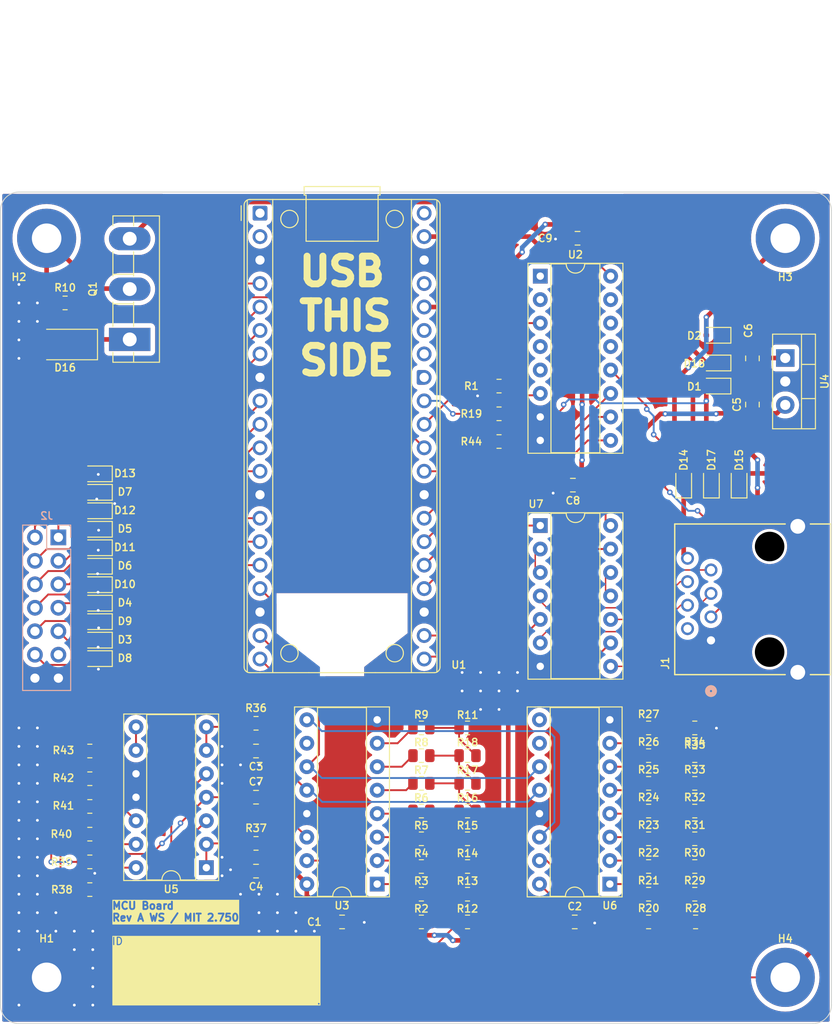
<source format=kicad_pcb>
(kicad_pcb (version 20240108) (generator "pcbnew") (generator_version "8.0")
  (title_block (company "Open Surgical Light Project - MIT Medical Device Design Spring 2024") (comment 1 "Drawn by: Edit author in Page Settings"))
  (layers (0 "F.Cu" signal) (31 "B.Cu" signal) (34 "B.Paste" user) (35 "F.Paste" user) (36 "B.SilkS" user "B.Silkscreen") (37 "F.SilkS" user "F.Silkscreen") (38 "B.Mask" user) (39 "F.Mask" user) (44 "Edge.Cuts" user))
  (property "AUTHOR" "Winnie Szeto")
  (property "PROJECT_REVISION" "A01")
  (property "PROJECT_TITLE" "MCU Module")
  (net 0 "")
  (net 1 "+5V")
  (net 2 "GND")
  (net 3 "/IRef_Buck")
  (net 4 "/VRef_Buck")
  (net 7 "Net-(D1-K)")
  (net 8 "+3.3V")
  (net 9 "/12V_Wall")
  (net 10 "/12V_Battery")
  (net 13 "Net-(U2-~{E})")
  (net 15 "/Shift Register Based DAC 0/AnalogOut_Unbuffered")
  (net 16 "Net-(U3-QA)")
  (net 18 "Net-(U3-QB)")
  (net 19 "Net-(R12-Pad2)")
  (net 20 "Net-(R13-Pad2)")
  (net 21 "Net-(U3-QC)")
  (net 22 "Net-(U3-QD)")
  (net 23 "/ModuleENA")
  (net 24 "Net-(R14-Pad2)")
  (net 25 "Net-(R15-Pad2)")
  (net 26 "Net-(U3-QE)")
  (net 27 "Net-(R16-Pad2)")
  (net 28 "Net-(U3-QF)")
  (net 29 "Net-(U3-QG)")
  (net 31 "Net-(R17-Pad2)")
  (net 32 "Net-(R11-Pad2)")
  (net 33 "Net-(U3-QH)")
  (net 34 "Net-(U6-QA)")
  (net 35 "/Shift Register Based DAC 1/AnalogOut_Unbuffered")
  (net 36 "Net-(U6-QB)")
  (net 37 "Net-(R21-Pad2)")
  (net 38 "Net-(U6-QC)")
  (net 39 "Net-(R22-Pad2)")
  (net 40 "Net-(R23-Pad2)")
  (net 41 "Net-(U6-QD)")
  (net 42 "Net-(R24-Pad2)")
  (net 43 "Net-(U6-QE)")
  (net 44 "Net-(R25-Pad2)")
  (net 45 "Net-(U6-QF)")
  (net 46 "Net-(U6-QG)")
  (net 47 "Net-(R26-Pad2)")
  (net 48 "Net-(U6-QH)")
  (net 49 "Net-(R27-Pad2)")
  (net 50 "Net-(U5A--)")
  (net 51 "Net-(U5B--)")
  (net 52 "Net-(R38-Pad1)")
  (net 53 "/12V_Wall_Bad")
  (net 54 "Net-(U5D--)")
  (net 55 "Net-(U5D-+)")
  (net 56 "/PWM_Lights1")
  (net 57 "/S2")
  (net 58 "/DisableBackupPico")
  (net 59 "/OE_DISPLAY")
  (net 60 "SRCLK_DAC")
  (net 61 "/PowerModuleEna1")
  (net 62 "/AnalogMuxOut")
  (net 63 "/BoostEna1")
  (net 64 "/BoostEna2")
  (net 65 "/BatChgEna1")
  (net 66 "/DATA_DISPLAY")
  (net 67 "/SRCLK_DISPLAY")
  (net 68 "/S1")
  (net 69 "/DATA_DAC")
  (net 70 "/PowerModuleEna2")
  (net 71 "/PWM_Lights2")
  (net 72 "/RelaySelectHighPreference")
  (net 73 "RCLK_DAC")
  (net 74 "/BatChgEna2")
  (net 75 "/S0")
  (net 76 "/~{RCLK_DISPLAY}")
  (net 78 "/LightISense1")
  (net 79 "/LightISense2")
  (net 83 "/Shift Register Based DAC 0/DataOut")
  (net 86 "Net-(U5C--)")
  (net 87 "Net-(D14-K)")
  (net 88 "/Shift Register Based DAC 1/DataOut")
  (net 90 "/RCLK_5V")
  (net 91 "/SRCLK_5V")
  (net 92 "/DATA_5V")
  (net 93 "/OE_5V")
  (net 94 "/DIM")
  (net 96 "Net-(U7-Pad2)")
  (net 97 "Net-(U7-Pad11)")
  (net 98 "Net-(D16-K)")
  (net 99 "/15V_SOLAR")
  (net 100 "/SOLAR")
  (net 102 "Net-(U1-GPIO27_ADC1)")
  (footprint "Resistor_SMD:R_0805_2012Metric" (layer "F.Cu") (at 147.5875 148)
    (property "Reference" "R13")
    (property "Value" "0805,10k")
  )
  (footprint "Diode_SMD:D_SOD-323" (layer "F.Cu") (at 174 103.5 90)
    (property "Reference" "D17")
    (property "Value" "1N5819WS")
  )
  (footprint "Resistor_SMD:R_0805_2012Metric" (layer "F.Cu") (at 147.5875 130 180)
    (property "Reference" "R11")
    (property "Value" "0805,20k")
  )
  (footprint "Resistor_SMD:R_0805_2012Metric" (layer "F.Cu") (at 147.5875 133)
    (property "Reference" "R18")
    (property "Value" "0805,10k")
  )
  (footprint "Resistor_SMD:R_0805_2012Metric" (layer "F.Cu") (at 172.2 139)
    (property "Reference" "R32")
    (property "Value" "0805,10k")
  )
  (footprint "Resistor_SMD:R_0805_2012Metric" (layer "F.Cu") (at 167.2 148)
    (property "Reference" "R21")
    (property "Value" "0805,20k")
  )
  (footprint "Resistor_SMD:R_0805_2012Metric" (layer "F.Cu") (at 167.2 130)
    (property "Reference" "R27")
    (property "Value" "0805,20k")
  )
  (footprint "Resistor_SMD:R_0805_2012Metric" (layer "F.Cu") (at 142.5875 148)
    (property "Reference" "R3")
    (property "Value" "0805,20k")
  )
  (footprint "Resistor_SMD:R_0805_2012Metric" (layer "F.Cu") (at 172.2 148)
    (property "Reference" "R29")
    (property "Value" "0805,10k")
  )
  (footprint "Diode_SMD:D_SOD-323F" (layer "F.Cu") (at 107.5 104.5 180)
    (property "Reference" "D7")
    (property "Value" "PESD3V3L1BA,115")
  )
  (footprint "Resistor_SMD:R_0805_2012Metric" (layer "F.Cu") (at 172.2 136)
    (property "Reference" "R33")
    (property "Value" "0805,10k")
  )
  (footprint "Package_TO_SOT_THT:TO-220-3_Vertical" (layer "F.Cu") (at 182 89.96 -90)
    (property "Reference" "U4")
    (property "Value" "LM7805_TO220")
  )
  (footprint "Resistor_SMD:R_0805_2012Metric" (layer "F.Cu") (at 172.2875 151)
    (property "Reference" "R28")
    (property "Value" "0805,10k")
  )
  (footprint "Resistor_SMD:R_0805_2012Metric" (layer "F.Cu") (at 142.5875 142)
    (property "Reference" "R5")
    (property "Value" "0805,20k")
  )
  (footprint "Resistor_SMD:R_0805_2012Metric" (layer "F.Cu") (at 106.68 141.5 180)
    (property "Reference" "R40")
    (property "Value" "0805,10k")
  )
  (footprint "Resistor_SMD:R_0805_2012Metric" (layer "F.Cu") (at 147.5875 142)
    (property "Reference" "R15")
    (property "Value" "0805,10k")
  )
  (footprint "Resistor_SMD:R_0805_2012Metric" (layer "F.Cu") (at 167.2 151)
    (property "Reference" "R20")
    (property "Value" "0805,20k")
  )
  (footprint "Capacitor_SMD:C_0805_2012Metric" (layer "F.Cu") (at 178.445 90 -90)
    (property "Reference" "C6")
    (property "Value" "0805,1uF,50V,X7R ")
  )
  (footprint "Resistor_SMD:R_0805_2012Metric" (layer "F.Cu") (at 124.68 142.5)
    (property "Reference" "R37")
    (property "Value" "0805,1k")
  )
  (footprint "Resistor_SMD:R_0805_2012Metric" (layer "F.Cu") (at 151 99)
    (property "Reference" "R44")
    (property "Value" "0805,33k")
  )
  (footprint "Resistor_SMD:R_0805_2012Metric" (layer "F.Cu") (at 147.5875 151)
    (property "Reference" "R12")
    (property "Value" "0805,10k")
  )
  (footprint "Modules_SurgicalLighting:RaspberryPi_Pico_Common_THT" (layer "F.Cu") (at 134 98.41)
    (property "Reference" "U1")
    (property "Value" "RaspberryPi_Pico")
  )
  (footprint "Diode_SMD:D_SOD-323F" (layer "F.Cu") (at 107.5 114.5 180)
    (property "Reference" "D10")
    (property "Value" "PESD3V3L1BA,115")
  )
  (footprint "Resistor_SMD:R_0805_2012Metric" (layer "F.Cu") (at 106.68 144.5)
    (property "Reference" "R39")
    (property "Value" "0805,10k")
  )
  (footprint "Diode_SMD:D_SOD-323F" (layer "F.Cu") (at 107.5 122.5 180)
    (property "Reference" "D8")
    (property "Value" "PESD3V3L1BA,115")
  )
  (footprint "Package_DIP:DIP-14_W7.62mm_Socket" (layer "F.Cu") (at 119.3 145.125 180)
    (property "Reference" "U5")
    (property "Value" "LM324")
  )
  (footprint "Resistor_SMD:R_0805_2012Metric" (layer "F.Cu") (at 142.5875 139)
    (property "Reference" "R6")
    (property "Value" "0805,20k")
  )
  (footprint "Resistor_SMD:R_0805_2012Metric" (layer "F.Cu") (at 172.2 142)
    (property "Reference" "R31")
    (property "Value" "0805,10k")
  )
  (footprint "Capacitor_SMD:C_0805_2012Metric" (layer "F.Cu") (at 124.68 137.5)
    (property "Reference" "C7")
    (property "Value" "0805,100nF,50V,X7R ")
  )
  (footprint "Diode_SMD:D_SOD-323F" (layer "F.Cu") (at 107.5 116.5 180)
    (property "Reference" "D4")
    (property "Value" "PESD3V3L1BA,115")
  )
  (footprint "Resistor_SMD:R_0805_2012Metric" (layer "F.Cu") (at 167.2 145)
    (property "Reference" "R22")
    (property "Value" "0805,20k")
  )
  (footprint "Capacitor_SMD:C_0805_2012Metric" (layer "F.Cu") (at 159.2 151)
    (property "Reference" "C2")
    (property "Value" "0805,100nF,50V,X7R ")
  )
  (footprint "Package_DIP:DIP-14_W7.62mm_Socket" (layer "F.Cu") (at 155.464751 108.095471)
    (property "Reference" "U7")
    (property "Value" "74HC14")
  )
  (footprint "Diode_SMD:D_SOD-323F" (layer "F.Cu") (at 107.5 102.5 180)
    (property "Reference" "D13")
    (property "Value" "PESD3V3L1BA,115")
  )
  (footprint "Capacitor_SMD:C_0805_2012Metric" (layer "F.Cu") (at 178.445 95 90)
    (property "Reference" "C5")
    (property "Value" "0805,1uF,50V,X7R ")
  )
  (footprint "Resistor_SMD:R_0805_2012Metric" (layer "F.Cu") (at 142.5875 133)
    (property "Reference" "R8")
    (property "Value" "0805,20k")
  )
  (footprint "Diode_SMD:D_SOD-323F" (layer "F.Cu") (at 107.5 118.5 180)
    (property "Reference" "D9")
    (property "Value" "PESD3V3L1BA,115")
  )
  (footprint "Diode_SMD:D_SOD-323F" (layer "F.Cu") (at 107.5 108.5 180)
    (property "Reference" "D5")
    (property "Value" "PESD3V3L1BA,115")
  )
  (footprint "Diode_SMD:D_SOD-323" (layer "F.Cu") (at 177 103.5 90)
    (property "Reference" "D15")
    (property "Value" "1N5819WS")
  )
  (footprint "Package_DIP:DIP-16_W7.62mm_Socket" (layer "F.Cu") (at 137.8 146.9 180)
    (property "Reference" "U3")
    (property "Value" "74HC595")
  )
  (footprint "Resistor_SMD:R_0805_2012Metric" (layer "F.Cu") (at 142.5875 136)
    (property "Reference" "R7")
    (property "Value" "0805,20k")
  )
  (footprint "Resistor_SMD:R_0805_2012Metric" (layer "F.Cu") (at 106.68 138.5 180)
    (property "Reference" "R41")
    (property "Value" "0805,10k")
  )
  (footprint "MountingHole:MountingHole_3.2mm_M3_Pad_TopBottom" (layer "F.Cu") (at 102 77 180)
    (property "Reference" "H2")
    (property "Value" "M3 Hole")
  )
  (footprint "Resistor_SMD:R_0805_2012Metric" (layer "F.Cu") (at 147.5875 139)
    (property "Reference" "R16")
    (property "Value" "0805,10k")
  )
  (footprint "MountingHole:MountingHole_3.2mm_M3_Pad_TopBottom" (layer "F.Cu") (at 102 157)
    (property "Reference" "H1")
    (property "Value" "M3 Hole")
  )
  (footprint "Resistor_SMD:R_0805_2012Metric" (layer "F.Cu") (at 124.68 129.5)
    (property "Reference" "R36")
    (property "Value" "0805,1k")
  )
  (footprint "Diode_SMD:D_SOD-323" (layer "F.Cu") (at 174.5 87.5 180)
    (property "Reference" "D2")
    (property "Value" "1N5819WS")
  )
  (footprint "Resistor_SMD:R_0805_2012Metric" (layer "F.Cu") (at 106.68 132.5 180)
    (property "Reference" "R43")
    (property "Value" "0805,27k")
  )
  (footprint "Diode_SMD:D_SOD-323" (layer "F.Cu") (at 174.5 90.5 180)
    (property "Reference" "D18")
    (property "Value" "1N5819WS")
  )
  (footprint "Resistor_SMD:R_0805_2012Metric" (layer "F.Cu") (at 172.2 130 180)
    (property "Reference" "R35")
    (property "Value" "0805,20k")
  )
  (footprint "Package_TO_SOT_THT:TO-3PB-3_Vertical" (layer "F.Cu") (at 111 87.95 90)
    (property "Reference" "Q1")
    (property "Value" "2SD1047")
  )
  (footprint "Package_DIP:DIP-16_W7.62mm_Socket" (layer "F.Cu") (at 155.464751 81.100471)
    (property "Reference" "U2")
    (property "Value" "74HC4051")
  )
  (footprint "Resistor_SMD:R_0805_2012Metric" (layer "F.Cu") (at 147.5875 136)
    (property "Reference" "R17")
    (property "Value" "0805,10k")
  )
  (footprint "Package_DIP:DIP-16_W7.62mm_Socket" (layer "F.Cu") (at 163 146.9 180)
    (property "Reference" "U6")
    (property "Value" "74HC595")
  )
  (footprint "Resistor_SMD:R_0805_2012Metric" (layer "F.Cu") (at 104 84)
    (property "Reference" "R10")
    (property "Value" "0805,10k")
  )
  (footprint "Connectors_SurgicalLighting:CONN_A-2014-2S-4-N-R_ASM" (layer "F.Cu") (at 173.956101 120.52442 90)
    (property "Reference" "J1")
    (property "Value" "RJ45_Shielded")
  )
  (footprint "Diode_SMD:D_SOD-323" (layer "F.Cu") (at 171 103.5 90)
    (property "Reference" "D14")
    (property "Value" "1N5819WS")
  )
  (footprint "Resistor_SMD:R_0805_2012Metric" (layer "F.Cu") (at 151 96)
    (property "Reference" "R19")
    (property "Value" "0805,10k")
  )
  (footprint "Capacitor_SMD:C_0805_2012Metric" (layer "F.Cu") (at 124.68 132.5 180)
    (property "Reference" "C3")
    (property "Value" "0805,1uF,50V,X7R ")
  )
  (footprint "Capacitor_SMD:C_0805_2012Metric" (layer "F.Cu") (at 159 103.720471 180)
    (property "Reference" "C8")
    (property "Value" "0805,100nF,50V,X7R ")
  )
  (footprint "Diode_SMD:D_SMA" (layer "F.Cu") (at 104 88.5 180)
    (property "Reference" "D16")
    (property "Value" "SMAZ15Z-13-F")
  )
  (footprint "Resistor_SMD:R_0805_2012Metric" (layer "F.Cu") (at 147.5875 145)
    (property "Reference" "R14")
    (property "Value" "0805,10k")
  )
  (footprint "Resistor_SMD:R_0805_2012Metric" (layer "F.Cu") (at 167.2 142)
    (property "Reference" "R23")
    (property "Value" "0805,20k")
  )
  (footprint "Diode_SMD:D_SOD-323" (layer "F.Cu") (at 174.5 93 180)
    (property "Reference" "D1")
    (property "Value" "1N5819WS")
  )
  (footprint "Resistor_SMD:R_0805_2012Metric" (layer "F.Cu") (at 167.2 136)
    (property "Reference" "R25")
    (property "Value" "0805,20k")
  )
  (footprint "Diode_SMD:D_SOD-323F" (layer "F.Cu") (at 107.5 112.5 180)
    (property "Reference" "D6")
    (property "Value" "PESD3V3L1BA,115")
  )
  (footprint "Diode_SMD:D_SOD-323F" (layer "F.Cu") (at 107.5 106.5 180)
    (property "Reference" "D12")
    (property "Value" "PESD3V3L1BA,115")
  )
  (footprint "Resistor_SMD:R_0805_2012Metric" (layer "F.Cu") (at 106.68 147.5 180)
    (property "Reference" "R38")
    (property "Value" "0805,4.7k")
  )
  (footprint "Resistor_SMD:R_0805_2012Metric" (layer "F.Cu") (at 106.68 135.5 180)
    (property "Reference" "R42")
    (property "Value" "0805,10k")
  )
  (footprint "Diode_SMD:D_SOD-323F" (layer "F.Cu") (at 107.5 110.5 180)
    (property "Reference" "D11")
    (property "Value" "PESD3V3L1BA,115")
  )
  (footprint "Resistor_SMD:R_0805_2012Metric" (layer "F.Cu") (at 172.2 145)
    (property "Reference" "R30")
    (property "Value" "0805,10k")
  )
  (footprint "Resistor_SMD:R_0805_2012Metric" (layer "F.Cu") (at 151 93 180)
    (property "Reference" "R1")
    (property "Value" "0805,0")
  )
  (footprint "Resistor_SMD:R_0805_2012Metric" (layer "F.Cu") (at 142.5875 145)
    (property "Reference" "R4")
    (property "Value" "0805,20k")
  )
  (footprint "Capacitor_SMD:C_0805_2012Metric" (layer "F.Cu") (at 134 151)
    (property "Reference" "C1")
    (property "Value" "0805,100nF,50V,X7R ")
  )
  (footprint "Diode_SMD:D_SOD-323F" (layer "F.Cu") (at 107.5 120.5 180)
    (property "Reference" "D3")
    (property "Value" "PESD3V3L1BA,115")
  )
  (footprint "MountingHole:MountingHole_3.2mm_M3_Pad_TopBottom" (layer "F.Cu") (at 182 77 180)
    (property "Reference" "H3")
    (property "Value" "M3 Hole")
  )
  (footprint "Resistor_SMD:R_0805_2012Metric" (layer "F.Cu") (at 167.2 133)
    (property "Reference" "R26")
    (property "Value" "0805,20k")
  )
  (footprint "Resistor_SMD:R_0805_2012Metric" (layer "F.Cu") (at 142.5875 130)
    (property "Reference" "R9")
    (property "Value" "0805,20k")
  )
  (footprint "Resistor_SMD:R_0805_2012Metric" (layer "F.Cu") (at 142.5875 151)
    (property "Reference" "R2")
    (property "Value" "0805,20k")
  )
  (footprint "MountingHole:MountingHole_3.2mm_M3_Pad_TopBottom" (layer "F.Cu") (at 182 157)
    (property "Reference" "H4")
    (property "Value" "M3 Hole")
  )
  (footprint "Resistor_SMD:R_0805_2012Metric" (layer "F.Cu") (at 167.2 139)
    (property "Reference" "R24")
    (property "Value" "0805,20k")
  )
  (footprint "Resistor_SMD:R_0805_2012Metric" (layer "F.Cu") (at 172.2 133)
    (property "Reference" "R34")
    (property "Value" "0805,10k")
  )
  (footprint "Capacitor_SMD:C_0805_2012Metric" (layer "F.Cu") (at 159.5 77 180)
    (property "Reference" "C9")
    (property "Value" "0805,100nF,50V,X7R ")
  )
  (footprint "Capacitor_SMD:C_0805_2012Metric" (layer "F.Cu") (at 124.68 145.5 180)
    (property "Reference" "C4")
    (property "Value" "0805,1uF,50V,X7R ")
  )
  (footprint "Connector_PinHeader_2.54mm:PinHeader_2x07_P2.54mm_Vertical" (layer "B.Cu") (at 103.275 109.375 180)
    (property "Reference" "J2")
    (property "Value" "2x7 P2.54mm")
  )
  (gr_line (start 97 74) (end 97 160) (stroke (width 0.1)) (layer "Edge.Cuts"))
  (gr_arc (start 99 162) (mid 97.585786 161.414214) (end 97 160) (stroke (width 0.1)) (layer "Edge.Cuts"))
  (gr_arc (start 97 74) (mid 97.585786 72.585786) (end 99 72) (stroke (width 0.1)) (layer "Edge.Cuts"))
  (gr_arc (start 187 160) (mid 186.414214 161.414214) (end 185 162) (stroke (width 0.1)) (layer "Edge.Cuts"))
  (gr_arc (start 185 72) (mid 186.414214 72.585786) (end 187 74) (stroke (width 0.1)) (layer "Edge.Cuts"))
  (gr_line (start 187 160) (end 187 74) (stroke (width 0.1)) (layer "Edge.Cuts"))
  (gr_line (start 99 162) (end 185 162) (stroke (width 0.1)) (layer "Edge.Cuts"))
  (gr_line (start 185 72) (end 99 72) (stroke (width 0.1)) (layer "Edge.Cuts"))
  (gr_text "MCU Board \nRev A WS / MIT 2.750" (at 109 151 0) (layer "F.SilkS" knockout) (effects (font (size 0.8 0.8) (thickness 0.2) (bold yes)) (justify left bottom)))
  (gr_text "USB\nTHIS \nSIDE" (at 129 92 0) (layer "F.SilkS") (effects (font (size 3 3) (thickness 0.75) (bold yes)) (justify left bottom)))
  (gr_text "ID                       \n\n\n\n\n							." (at 109 160 0) (layer "F.SilkS" knockout) (effects (font (size 0.8 0.8) (thickness 0.12)) (justify left bottom)))
  (segment (start 113.3604 143.6396) (end 114.5 142.5) (width 0.2032) (layer "F.Cu") (net 1))
  (segment (start 159.95 101.05) (end 160 101) (width 0.5) (layer "F.Cu") (net 1))
  (segment (start 154.32 76.82) (end 142.89 76.82) (width 0.5) (layer "F.Cu") (net 1))
  (segment (start 130.18 146.9) (end 130.18 148.13) (width 0.5) (layer "F.Cu") (net 1))
  (segment (start 123.73 137.5) (end 119.305 137.5) (width 0.2032) (layer "F.Cu") (net 1))
  (segment (start 123.73 138.23) (end 127 141.5) (width 0.5) (layer "F.Cu") (net 1))
  (segment (start 178.445 95.95) (end 181.09 95.95) (width 0.5) (layer "F.Cu") (net 1))
  (segment (start 169 96) (end 168.5 96) (width 0.5) (layer "F.Cu") (net 1))
  (segment (start 178.445 95.95) (end 174.55 95.95) (width 0.5) (layer "F.Cu") (net 1))
  (segment (start 119.305 137.5) (end 119.3 137.505) (width 0.2032) (layer "F.Cu") (net 1))
  (segment (start 152 147.5) (end 155.5 151) (width 0.5) (layer "F.Cu") (net 1))
  (segment (start 177 108) (end 177 121) (width 0.5) (layer "F.Cu") (net 1))
  (segment (start 158.25 149.77) (end 155.38 146.9) (width 0.2032) (layer "F.Cu") (net 1))
  (segment (start 162.54 108.095471) (end 162.54 106.540471) (width 0.2032) (layer "F.Cu") (net 1))
  (segment (start 156.5 153) (end 158.25 151.25) (width 0.5) (layer "F.Cu") (net 1))
  (segment (start 178.445 95.95) (end 178.445 100.445) (width 0.5) (layer "F.Cu") (net 1))
  (segment (start 152 129) (end 152 147.5) (width 0.5) (layer "F.Cu") (net 1))
  (segment (start 106.02554 141.5) (end 108.16514 143.6396) (width 0.2032) (layer "F.Cu") (net 1))
  (segment (start 160.779529 103.720471) (end 159.95 103.720471) (width 0.5) (layer "F.Cu") (net 1))
  (segment (start 171.5 126.5) (end 154.5 126.5) (width 0.5) (layer "F.Cu") (net 1))
  (segment (start 178.445 100.445) (end 179 101) (width 0.5) (layer "F.Cu") (net 1))
  (segment (start 154.5 126.5) (end 152 129) (width 0.5) (layer "F.Cu") (net 1))
  (segment (start 146 153) (end 156.5 153) (width 0.5) (layer "F.Cu") (net 1))
  (segment (start 158.25 151.25) (end 158.25 151) (width 0.5) (layer "F.Cu") (net 1))
  (segment (start 130.18 148.13) (end 133.05 151) (width 0.5) (layer "F.Cu") (net 1))
  (segment (start 160 95) (end 160 82.5) (width 0.5) (layer "F.Cu") (net 1))
  (segment (start 159.95 103.720471) (end 159.95 101.05) (width 0.5) (layer "F.Cu") (net 1))
  (segment (start 127 143.72) (end 130.18 146.9) (width 0.5) (layer "F.Cu") (net 1))
  (segment (start 105.7675 141.5) (end 106.02554 141.5) (width 0.2032) (layer "F.Cu") (net 1))
  (segment (start 116.5 140.305) (end 119.3 137.505) (width 0.2032) (layer "F.Cu") (net 1))
  (segment (start 127 141.5) (end 127 143.72) (width 0.5) (layer "F.Cu") (net 1))
  (segment (start 181.09 95.95) (end 182 95.04) (width 0.5) (layer "F.Cu") (net 1))
  (segment (start 155.5 151) (end 158.25 151) (width 0.5) (layer "F.Cu") (net 1))
  (segment (start 133.05 151) (end 134.4954 152.4454) (width 0.5) (layer "F.Cu") (net 1))
  (segment (start 160 82.5) (end 154.32 76.82) (width 0.5) (layer "F.Cu") (net 1))
  (segment (start 162.54 106.540471) (end 159.72 103.720471) (width 0.2032) (layer "F.Cu") (net 1))
  (segment (start 123.73 137.5) (end 123.73 138.23) (width 0.5) (layer "F.Cu") (net 1))
  (segment (start 134.4954 152.4454) (end 144 152.4454) (width 0.5) (layer "F.Cu") (net 1))
  (segment (start 174.55 95.95) (end 174.5 96) (width 0.5) (layer "F.Cu") (net 1))
  (segment (start 177 121) (end 171.5 126.5) (width 0.5) (layer "F.Cu") (net 1))
  (segment (start 108.16514 143.6396) (end 113.3604 143.6396) (width 0.2032) (layer "F.Cu") (net 1))
  (segment (start 179 106) (end 177 108) (width 0.5) (layer "F.Cu") (net 1))
  (segment (start 179 104) (end 179 106) (width 0.5) (layer "F.Cu") (net 1))
  (segment (start 168.5 96) (end 160.779529 103.720471) (width 0.5) (layer "F.Cu") (net 1))
  (segment (start 158.25 151) (end 158.25 149.77) (width 0.2032) (layer "F.Cu") (net 1))
  (via (at 146 153) (size 0.6) (drill 0.3) (layers "F.Cu" "B.Cu") (net 1))
  (via (at 116.5 140.305) (size 0.6) (drill 0.3) (layers "F.Cu" "B.Cu") (net 1))
  (via (at 179 104) (size 0.6) (drill 0.3) (layers "F.Cu" "B.Cu") (net 1))
  (via (at 144 152.4454) (size 0.6) (drill 0.3) (layers "F.Cu" "B.Cu") (net 1))
  (via (at 114.5 142.5) (size 0.6) (drill 0.3) (layers "F.Cu" "B.Cu") (net 1))
  (via (at 174.5 96) (size 0.6) (drill 0.3) (layers "F.Cu" "B.Cu") (net 1))
  (via (at 160 101) (size 0.6) (drill 0.3) (layers "F.Cu" "B.Cu") (net 1))
  (via (at 179 101) (size 0.6) (drill 0.3) (layers "F.Cu" "B.Cu") (net 1))
  (via (at 160 95) (size 0.6) (drill 0.3) (layers "F.Cu" "B.Cu") (net 1))
  (via (at 169 96) (size 0.6) (drill 0.3) (layers "F.Cu" "B.Cu") (net 1))
  (segment (start 179 101) (end 179 104) (width 0.5) (layer "B.Cu") (net 1))
  (segment (start 174.5 96) (end 173.5 96) (width 0.5) (layer "B.Cu") (net 1))
  (segment (start 116.5 140.5) (end 114.5 142.5) (width 0.2032) (layer "B.Cu") (net 1))
  (segment (start 173.5 96) (end 169 96) (width 0.5) (layer "B.Cu") (net 1))
  (segment (start 116.5 140.305) (end 116.5 140.5) (width 0.2032) (layer "B.Cu") (net 1))
  (segment (start 144 152.4454) (end 145.4454 152.4454) (width 0.5) (layer "B.Cu") (net 1))
  (segment (start 160 101) (end 160 95) (width 0.5) (layer "B.Cu") (net 1))
  (segment (start 145.4454 152.4454) (end 146 153) (width 0.5) (layer "B.Cu") (net 1))
  (segment (start 107.631061 119.168591) (end 107.931409 119.168591) (width 0.2032) (layer "F.Cu") (net 2))
  (segment (start 108.154619 104.5) (end 107.427247 105.227372) (width 0.2032) (layer "F.Cu") (net 2))
  (segment (start 107.791933 113.308067) (end 108.6 112.5) (width 0.2032) (layer "F.Cu") (net 2))
  (segment (start 107.51989 113.308067) (end 107.791933 113.308067) (width 0.2032) (layer "F.Cu") (net 2))
  (segment (start 107.58474 117.278673) (end 107.821327 117.278673) (width 0.2032) (layer "F.Cu") (net 2))
  (segment (start 107.931409 119.168591) (end 108.6 118.5) (width 0.2032) (layer "F.Cu") (net 2))
  (segment (start 107.842828 121.257172) (end 108.6 120.5) (width 0.2032) (layer "F.Cu") (net 2))
  (segment (start 107.821327 117.278673) (end 108.6 116.5) (width 0.2032) (layer "F.Cu") (net 2))
  (segment (start 108.6 104.5) (end 108.154619 104.5) (width 0.2032) (layer "F.Cu") (net 2))
  (segment (start 107.575476 121.257172) (end 107.842828 121.257172) (width 0.2032) (layer "F.Cu") (net 2))
  (segment (start 107.566211 115.309157) (end 107.790843 115.309157) (width 0.2032) (layer "F.Cu") (net 2))
  (segment (start 107.790843 115.309157) (end 108.6 114.5) (width 0.2032) (layer "F.Cu") (net 2))
  (via (at 107 152) (size 0.6) (drill 0.3) (layers "F.Cu" "B.Cu") (net 2))
  (via (at 151 126) (size 0.6) (drill 0.3) (layers "F.Cu" "B.Cu") (net 2))
  (via (at 127 152) (size 0.6) (drill 0.3) (layers "F.Cu" "B.Cu") (net 2))
  (via (at 103 150) (size 0.6) (drill 0.3) (layers "F.Cu" "B.Cu") (net 2))
  (via (at 153 126) (size 0.6) (drill 0.3) (layers "F.Cu" "B.Cu") (net 2))
  (via (at 148.677609 94.057754) (size 0.6) (drill 0.3) (layers "F.Cu" "B.Cu") (net 2))
  (via (at 127 148) (size 0.6) (drill 0.3) (layers "F.Cu" "B.Cu") (net 2))
  (via (at 107.215384 145.736426) (size 0.6) (drill 0.3) (layers "F.Cu" "B.Cu") (net 2))
  (via (at 136.404538 151.046413) (size 0.6) (drill 0.3) (layers "F.Cu" "B.Cu") (net 2))
  (via (at 107.594004 110.759198) (size 0.6) (drill 0.3) (layers "F.Cu" "B.Cu") (net 2))
  (via (at 101 134) (size 0.6) (drill 0.3) (layers "F.Cu" "B.Cu") (net 2))
  (via (at 153 124) (size 0.6) (drill 0.3) (layers "F.Cu" "B.Cu") (net 2))
  (via (at 99 144) (size 0.6) (drill 0.3) (layers "F.Cu" "B.Cu") (net 2))
  (via (at 101 152) (size 0.6) (drill 0.3) (layers "F.Cu" "B.Cu") (net 2))
  (via (at 125 148) (size 0.6) (drill 0.3) (layers "F.Cu" "B.Cu") (net 2))
  (via (at 127 150) (size 0.6) (drill 0.3) (layers "F.Cu" "B.Cu") (net 2))
  (via (at 151 128) (size 0.6) (drill 0.3) (layers "F.Cu" "B.Cu") (net 2))
  (via (at 99 90) (size 0.6) (drill 0.3) (layers "F.Cu" "B.Cu") (net 2))
  (via (at 151 124) (size 0.6) (drill 0.3) (layers "F.Cu" "B.Cu") (net 2))
  (via (at 121 146) (size 0.6) (drill 0.3) (layers "F.Cu" "B.Cu") (net 2))
  (via (at 99 160) (size 0.6) (drill 0.3) (layers "F.Cu" "B.Cu") (net 2))
  (via (at 101 146) (size 0.6) (drill 0.3) (layers "F.Cu" "B.Cu") (net 2))
  (via (at 107.631061 119.168591) (size 0.6) (drill 0.3) (layers "F.Cu" "B.Cu") (net 2))
  (via (at 125 136) (size 0.6) (drill 0.3) (layers "F.Cu" "B.Cu") (net 2))
  (via (at 99 148) (size 0.6) (drill 0.3) (layers "F.Cu" "B.Cu") (net 2))
  (via (at 107.575476 121.257172) (size 0.6) (drill 0.3) (layers "F.Cu" "B.Cu") (net 2))
  (via (at 101 148) (size 0.6) (drill 0.3) (layers "F.Cu" "B.Cu") (net 2))
  (via (at 107.60921 123.641562) (size 0.6) (drill 0.3) (layers "F.Cu" "B.Cu") (net 2))
  (via (at 101 144) (size 0.6) (drill 0.3) (layers "F.Cu" "B.Cu") (net 2))
  (via (at 161.360302 151.117285) (size 0.6) (drill 0.3) (layers "F.Cu" "B.Cu") (net 2))
  (via (at 149 126) (size 0.6) (drill 0.3) (layers "F.Cu" "B.Cu") (net 2))
  (via (at 99 130) (size 0.6) (drill 0.3) (layers "F.Cu" "B.Cu") (net 2))
  (via (at 99 84) (size 0.6) (drill 0.3) (layers "F.Cu" "B.Cu") (net 2))
  (via (at 99 86) (size 0.6) (drill 0.3) (layers "F.Cu" "B.Cu") (net 2))
  (via (at 125 152) (size 0.6) (drill 0.3) (layers "F.Cu" "B.Cu") (net 2))
  (via (at 101 142) (size 0.6) (drill 0.3) (layers "F.Cu" "B.Cu") (net 2))
  (via (at 157.117054 77.082725) (size 0.6) (drill 0.3) (layers "F.Cu" "B.Cu") (net 2))
  (via (at 99 154) (size 0.6) (drill 0.3) (layers "F.Cu" "B.Cu") (net 2))
  (via (at 99 146) (size 0.6) (drill 0.3) (layers "F.Cu" "B.Cu") (net 2))
  (via (at 101 132) (size 0.6) (drill 0.3) (layers "F.Cu" "B.Cu") (net 2))
  (via (at 103 152) (size 0.6) (drill 0.3) (layers "F.Cu" "B.Cu") (net 2))
  (via (at 99 152) (size 0.6) (drill 0.3) (layers "F.Cu" "B.Cu") (net 2))
  (via (at 99 150) (size 0.6) (drill 0.3) (layers "F.Cu" "B.Cu") (net 2))
  (via (at 147 126) (size 0.6) (drill 0.3) (layers "F.Cu" "B.Cu") (net 2))
  (via (at 131 152) (size 0.6) (drill 0.3) (layers "F.Cu" "B.Cu") (net 2))
  (via (at 174.546527 130.023732) (size 0.6) (drill 0.3) (layers "F.Cu" "B.Cu") (net 2))
  (via (at 121 144) (size 0.6) (drill 0.3) (layers "F.Cu" "B.Cu") (net 2))
  (via (at 101 138) (size 0.6) (drill 0.3) (layers "F.Cu" "B.Cu") (net 2))
  (via (at 101 84) (size 0.6) (drill 0.3) (layers "F.Cu" "B.Cu") (net 2))
  (via (at 149 124) (size 0.6) (drill 0.3) (layers "F.Cu" "B.Cu") (net 2))
  (via (at 121 134) (size 0.6) (drill 0.3) (layers "F.Cu" "B.Cu") (net 2))
  (via (at 99 88) (size 0.6) (drill 0.3) (layers "F.Cu" "B.Cu") (net 2))
  (via (at 105 154) (size 0.6) (drill 0.3) (layers "F.Cu" "B.Cu") (net 2))
  (via (at 99 138) (size 0.6) (drill 0.3) (layers "F.Cu" "B.Cu") (net 2))
  (via (at 107.427247 105.227372) (size 0.6) (drill 0.3) (layers "F.Cu" "B.Cu") (net 2))
  (via (at 107.51989 113.308067) (size 0.6) (drill 0.3) (layers "F.Cu" "B.Cu") (net 2))
  (via (at 129 152) (size 0.6) (drill 0.3) (layers "F.Cu" "B.Cu") (net 2))
  (via (at 125 134) (size 0.6) (drill 0.3) (layers "F.Cu" "B.Cu") (net 2))
  (via (at 107 160) (size 0.6) (drill 0.3) (layers "F.Cu" "B.Cu") (net 2))
  (via (at 99 140) (size 0.6) (drill 0.3) (layers "F.Cu" "B.Cu") (net 2))
  (via (at 99 136) (size 0.6) (drill 0.3) (layers "F.Cu" "B.Cu") (net 2))
  (via (at 123 148) (size 0.6) (drill 0.3) (layers "F.Cu" "B.Cu") (net 2))
  (via (at 107.566211 115.309157) (size 0.6) (drill 0.3) (layers "F.Cu" "B.Cu") (net 2))
  (via (at 147 124) (size 0.6) (drill 0.3) (layers "F.Cu" "B.Cu") (net 2))
  (via (at 107.594004 102.559253) (size 0.6) (drill 0.3) (layers "F.Cu" "B.Cu") (net 2))
  (via (at 107.631061 108.600616) (size 0.6) (drill 0.3) (layers "F.Cu" "B.Cu") (net 2))
  (via (at 99 142) (size 0.6) (drill 0.3) (layers "F.Cu" "B.Cu") (net 2))
  (via (at 107 154) (size 0.6) (drill 0.3) (layers "F.Cu" "B.Cu") (net 2))
  (via (at 107 158) (size 0.6) (drill 0.3) (layers "F.Cu" "B.Cu") (net 2))
  (via (at 101 86) (size 0.6) (drill 0.3) (layers "F.Cu" "B.Cu") (net 2))
  (via (at 101 150) (size 0.6) (drill 0.3) (layers "F.Cu" "B.Cu") (net 2))
  (via (at 107 156) (size 0.6) (drill 0.3) (layers "F.Cu" "B.Cu") (net 2))
  (via (at 107.58474 117.278673) (size 0.6) (drill 0.3) (layers "F.Cu" "B.Cu") (net 2))
  (via (at 105 152) (size 0.6) (drill 0.3) (layers "F.Cu" "B.Cu") (net 2))
  (via (at 105 160) (size 0.6) (drill 0.3) (layers "F.Cu" "B.Cu") (net 2))
  (via (at 123 134) (size 0.6) (drill 0.3) (layers "F.Cu" "B.Cu") (net 2))
  (via (at 121.91834 145.352074) (size 0.6) (drill 0.3) (layers "F.Cu" "B.Cu") (net 2))
  (via (at 149 128) (size 0.6) (drill 0.3) (layers "F.Cu" "B.Cu") (net 2))
  (via (at 99 134) (size 0.6) (drill 0.3) (layers "F.Cu" "B.Cu") (net 2))
  (via (at 125 150) (size 0.6) (drill 0.3) (layers "F.Cu" "B.Cu") (net 2))
  (via (at 101 136) (size 0.6) (drill 0.3) (layers "F.Cu" "B.Cu") (net 2))
  (via (at 121 136) (size 0.6) (drill 0.3) (layers "F.Cu" "B.Cu") (net 2))
  (via (at 101 140) (size 0.6) (drill 0.3) (layers "F.Cu" "B.Cu") (net 2))
  (via (at 109.37275 105.71838) (size 0.6) (drill 0.3) (layers "F.Cu" "B.Cu") (net 2))
  (via (at 99 132) (size 0.6) (drill 0.3) (layers "F.Cu" "B.Cu") (net 2))
  (via (at 101 130) (size 0.6) (drill 0.3) (layers "F.Cu" "B.Cu") (net 2))
  (via (at 99 82) (size 0.6) (drill 0.3) (layers "F.Cu" "B.Cu") (net 2))
  (via (at 121 132) (size 0.6) (drill 0.3) (layers "F.Cu" "B.Cu") (net 2))
  (via (at 156.859992 104.585963) (size 0.6) (drill 0.3) (layers "F.Cu" "B.Cu") (net 2))
  (via (at 129 150) (size 0.6) (drill 0.3) (layers "F.Cu" "B.Cu") (net 2))
  (segment (start 125.63 129.5375) (end 125.5925 129.5) (width 0.2032) (layer "F.Cu") (net 3))
  (segment (start 125.63 132.5) (end 125.63 129.5375) (width 0.2032) (layer "F.Cu") (net 3))
  (segment (start 125.5925 142.5) (end 125.5925 145.4625) (width 0.2032) (layer "F.Cu") (net 4))
  (segment (start 125.5925 145.4625) (end 125.63 145.5) (width 0.2032) (layer "F.Cu") (net 4))
  (segment (start 175.55 93) (end 175.55 90.5) (width 0.5) (layer "F.Cu") (net 7))
  (segment (start 176.945 89.05) (end 175.495 90.5) (width 0.5) (layer "F.Cu") (net 7))
  (segment (start 179.355 89.96) (end 178.445 89.05) (width 0.5) (layer "F.Cu") (net 7))
  (segment (start 175.495 87.6) (end 176.945 89.05) (width 0.5) (layer "F.Cu") (net 7))
  (segment (start 178.445 89.05) (end 176.945 89.05) (width 0.5) (layer "F.Cu") (net 7))
  (segment (start 182 89.96) (end 179.355 89.96) (width 0.5) (layer "F.Cu") (net 7))
  (segment (start 142.89 84.44) (end 147.56 84.44) (width 0.5) (layer "F.Cu") (net 8))
  (segment (start 147.56 84.44) (end 153.5 78.5) (width 0.5) (layer "F.Cu") (net 8))
  (segment (start 160.45 78.46572) (end 163.084751 81.100471) (width 0.2032) (layer "F.Cu") (net 8))
  (segment (start 158.95 75.5) (end 160.45 77) (width 0.5) (layer "F.Cu") (net 8))
  (segment (start 160.45 77) (end 160.45 78.46572) (width 0.2032) (layer "F.Cu") (net 8))
  (segment (start 156 75.5) (end 158.95 75.5) (width 0.5) (layer "F.Cu") (net 8))
  (via (at 153.5 78.5) (size 0.6) (drill 0.3) (layers "F.Cu" "B.Cu") (net 8))
  (via (at 156 75.5) (size 0.6) (drill 0.3) (layers "F.Cu" "B.Cu") (net 8))
  (segment (start 153.5 78) (end 156 75.5) (width 0.5) (layer "B.Cu") (net 8))
  (segment (start 153.5 78.5) (end 153.5 78) (width 0.5) (layer "B.Cu") (net 8))
  (segment (start 173.45 93) (end 173.45 98.9) (width 0.5) (layer "F.Cu") (net 9))
  (segment (start 114 150.5) (end 120.5 157) (width 0.2032) (layer "F.Cu") (net 9))
  (segment (start 120.5 157) (end 182 157) (width 0.2032) (layer "F.Cu") (net 9))
  (segment (start 151.9125 99) (end 153.086629 97.825871) (width 0.2032) (layer "F.Cu") (net 9))
  (segment (start 181.45 102.45) (end 177 102.45) (width 0.5) (layer "F.Cu") (net 9))
  (segment (start 173.45 98.9) (end 177 102.45) (width 0.5) (layer "F.Cu") (net 9))
  (segment (start 106 130.5) (end 104 130.5) (width 0.2032) (layer "F.Cu") (net 9))
  (segment (start 105.5 150.5) (end 114 150.5) (width 0.2032) (layer "F.Cu") (net 9))
  (segment (start 155.470781 97.825871) (end 158 95.296652) (width 0.2032) (layer "F.Cu") (net 9))
  (segment (start 182 157) (end 185.5 153.5) (width 0.5) (layer "F.Cu") (net 9))
  (segment (start 104 130.5) (end 103.5 131) (width 0.2032) (layer "F.Cu") (net 9))
  (segment (start 107.5925 132.5) (end 107.5925 132.0925) (width 0.2032) (layer "F.Cu") (net 9))
  (segment (start 185.5 106.5) (end 181.45 102.45) (width 0.5) (layer "F.Cu") (net 9))
  (segment (start 158 95.296652) (end 158 95) (width 0.2032) (layer "F.Cu") (net 9))
  (segment (start 185.5 153.5) (end 185.5 106.5) (width 0.5) (layer "F.Cu") (net 9))
  (segment (start 103.5 131) (end 103.5 148.5) (width 0.2032) (layer "F.Cu") (net 9))
  (segment (start 107.5925 132.0925) (end 106 130.5) (width 0.2032) (layer "F.Cu") (net 9))
  (segment (start 103.5 148.5) (end 105.5 150.5) (width 0.2032) (layer "F.Cu") (net 9))
  (segment (start 153.086629 97.825871) (end 155.470781 97.825871) (width 0.2032) (layer "F.Cu") (net 9))
  (via (at 173.447583 94.613164) (size 0.6) (drill 0.3) (layers "F.Cu" "B.Cu") (net 9))
  (via (at 158 95) (size 0.6) (drill 0.3) (layers "F.Cu" "B.Cu") (net 9))
  (segment (start 158 95) (end 158.5546 94.4454) (width 0.2032) (layer "B.Cu") (net 9))
  (segment (start 161.4454 94.4454) (end 161.855071 94.855071) (width 0.2032) (layer "B.Cu") (net 9))
  (segment (start 173.205676 94.855071) (end 173.447583 94.613164) (width 0.2032) (layer "B.Cu") (net 9))
  (segment (start 161.855071 94.855071) (end 173.205676 94.855071) (width 0.2032) (layer "B.Cu") (net 9))
  (segment (start 158.5546 94.4454) (end 161.4454 94.4454) (width 0.2032) (layer "B.Cu") (net 9))
  (segment (start 173.45 85.55) (end 173.45 87.5) (width 0.5) (layer "F.Cu") (net 10))
  (segment (start 182 77) (end 173.45 85.55) (width 0.5) (layer "F.Cu") (net 10))
  (segment (start 171.03072 102.48072) (end 170 101.45) (width 0.5) (layer "F.Cu") (net 10))
  (segment (start 170 92.5) (end 171.5 91) (width 0.5) (layer "F.Cu") (net 10))
  (segment (start 170 101.45) (end 170 92.5) (width 0.5) (layer "F.Cu") (net 10))
  (via (at 171.5 91) (size 0.6) (drill 0.3) (layers "F.Cu" "B.Cu") (net 10))
  (via (at 173.45 85.55) (size 0.6) (drill 0.3) (layers "F.Cu" "B.Cu") (net 10))
  (segment (start 171.5 91) (end 173.45 89.05) (width 0.5) (layer "B.Cu") (net 10))
  (segment (start 173.45 89.05) (end 173.45 85.55) (width 0.5) (layer "B.Cu") (net 10))
  (segment (start 151.9125 93) (end 152.9125 94) (width 0.2032) (layer "F.Cu") (net 13))
  (segment (start 152.9125 94) (end 155.265222 94) (width 0.2032) (layer "F.Cu") (net 13))
  (segment (start 155.265222 94) (end 155.464751 93.800471) (width 0.2032) (layer "F.Cu") (net 13))
  (segment (start 125.5 154) (end 117 145.5) (width 0.2032) (layer "F.Cu") (net 15))
  (segment (start 143.5 151) (end 146.675 151) (width 0.2032) (layer "F.Cu") (net 15))
  (segment (start 117 142.345) (end 119.3 140.045) (width 0.2032) (layer "F.Cu") (net 15))
  (segment (start 146.675 151) (end 143.675 154) (width 0.2032) (layer "F.Cu") (net 15))
  (segment (start 117 145.5) (end 117 142.345) (width 0.2032) (layer "F.Cu") (net 15))
  (segment (start 143.675 154) (end 125.5 154) (width 0.2032) (layer "F.Cu") (net 15))
  (segment (start 141.675 151) (end 138.8 151) (width 0.2032) (layer "F.Cu") (net 16))
  (segment (start 132.16 144.36) (end 130.58 144.36) (width 0.2032) (layer "F.Cu") (net 16))
  (segment (start 138.8 151) (end 132.16 144.36) (width 0.2032) (layer "F.Cu") (net 16))
  (segment (start 140.575 146.9) (end 141.675 148) (width 0.2032) (layer "F.Cu") (net 18))
  (segment (start 138.2 146.9) (end 140.575 146.9) (width 0.2032) (layer "F.Cu") (net 18))
  (segment (start 143.5 148) (end 146.675 148) (width 0.2032) (layer "F.Cu") (net 19))
  (segment (start 146.675 149.175) (end 148.5 151) (width 0.2032) (layer "F.Cu") (net 19))
  (segment (start 146.675 148) (end 146.675 149.175) (width 0.2032) (layer "F.Cu") (net 19))
  (segment (start 146.675 146.175) (end 148.5 148) (width 0.2032) (layer "F.Cu") (net 20))
  (segment (start 146.675 145) (end 146.675 146.175) (width 0.2032) (layer "F.Cu") (net 20))
  (segment (start 143.5 145) (end 146.675 145) (width 0.2032) (layer "F.Cu") (net 20))
  (segment (start 141.035 144.36) (end 141.675 145) (width 0.2032) (layer "F.Cu") (net 21))
  (segment (start 138.2 144.36) (end 141.035 144.36) (width 0.2032) (layer "F.Cu") (net 21))
  (segment (start 138.2 141.82) (end 141.495 141.82) (width 0.2032) (layer "F.Cu") (net 22))
  (segment (start 141.495 141.82) (end 141.675 142) (width 0.2032) (layer "F.Cu") (net 22))
  (segment (start 103.275 109.375) (end 103.275 107.625) (width 0.2032) (layer "F.Cu") (net 23))
  (segment (start 123.6146 83.3854) (end 126.5954 83.3854) (width 0.2032) (layer "F.Cu") (net 23))
  (segment (start 106.4 104.5) (end 107.636679 104.5) (width 0.2032) (layer "F.Cu") (net 23))
  (segment (start 118.5 93.636679) (end 118.5 88.5) (width 0.2032) (layer "F.Cu") (net 23))
  (segment (start 103.275 107.625) (end 106.4 104.5) (width 0.2032) (layer "F.Cu") (net 23))
  (segment (start 118.5 88.5) (end 123.6146 83.3854) (width 0.2032) (layer "F.Cu") (net 23))
  (segment (start 126.5954 83.3854) (end 142.89 99.68) (width 0.2032) (layer "F.Cu") (net 23))
  (segment (start 107.636679 104.5) (end 118.5 93.636679) (width 0.2032) (layer "F.Cu") (net 23))
  (segment (start 146.675 143.175) (end 148.5 145) (width 0.2032) (layer "F.Cu") (net 24))
  (segment (start 146.675 142) (end 146.675 143.175) (width 0.2032) (layer "F.Cu") (net 24))
  (segment (start 143.5 142) (end 146.675 142) (width 0.2032) (layer "F.Cu") (net 24))
  (segment (start 146.675 140.175) (end 148.5 142) (width 0.2032) (layer "F.Cu") (net 25))
  (segment (start 143.5 139) (end 146.675 139) (width 0.2032) (layer "F.Cu") (net 25))
  (segment (start 146.675 139) (end 146.675 140.175) (width 0.2032) (layer "F.Cu") (net 25))
  (segment (start 138.2 139.28) (end 141.395 139.28) (width 0.2032) (layer "F.Cu") (net 26))
  (segment (start 141.395 139.28) (end 141.675 139) (width 0.2032) (layer "F.Cu") (net 26))
  (segment (start 146.675 136) (end 146.675 137.175) (width 0.2032) (layer "F.Cu") (net 27))
  (segment (start 146.675 137.175) (end 148.5 139) (width 0.2032) (layer "F.Cu") (net 27))
  (segment (start 143.5 136) (end 146.675 136) (width 0.2032) (layer "F.Cu") (net 27))
  (segment (start 140.935 136.74) (end 141.675 136) (width 0.2032) (layer "F.Cu") (net 28))
  (segment (start 138.2 136.74) (end 140.935 136.74) (width 0.2032) (layer "F.Cu") (net 28))
  (segment (start 138.2 134.2) (end 140.475 134.2) (width 0.2032) (layer "F.Cu") (net 29))
  (segment (start 140.475 134.2) (end 141.675 133) (width 0.2032) (layer "F.Cu") (net 29))
  (segment (start 146.675 133) (end 146.675 134.175) (width 0.2032) (layer "F.Cu") (net 31))
  (segment (start 143.5 133) (end 146.675 133) (width 0.2032) (layer "F.Cu") (net 31))
  (segment (start 146.675 134.175) (end 148.5 136) (width 0.2032) (layer "F.Cu") (net 31))
  (segment (start 146.675 131.175) (end 148.5 133) (width 0.2032) (layer "F.Cu") (net 32))
  (segment (start 146.675 130) (end 146.675 131.175) (width 0.2032) (layer "F.Cu") (net 32))
  (segment (start 143.5 130) (end 146.675 130) (width 0.2032) (layer "F.Cu") (net 32))
  (segment (start 140.015 131.66) (end 141.675 130) (width 0.2032) (layer "F.Cu") (net 33))
  (segment (start 138.2 131.66) (end 140.015 131.66) (width 0.2032) (layer "F.Cu") (net 33))
  (segment (start 166.2875 151) (end 162.8 151) (width 0.2032) (layer "F.Cu") (net 34))
  (segment (start 162.8 151) (end 156.16 144.36) (width 0.2032) (layer "F.Cu") (net 34))
  (segment (start 156.16 144.36) (end 155.38 144.36) (width 0.2032) (layer "F.Cu") (net 34))
  (segment (start 171.375 151) (end 168.1125 151) (width 0.2032) (layer "F.Cu") (net 35))
  (segment (start 171.375 151) (end 167.375 155) (width 0.2032) (layer "F.Cu") (net 35))
  (segment (start 115.5 138.765) (end 119.3 134.965) (width 0.2032) (layer "F.Cu") (net 35))
  (segment (start 124 155) (end 115.5 146.5) (width 0.2032) (layer "F.Cu") (net 35))
  (segment (start 115.5 146.5) (end 115.5 138.765) (width 0.2032) (layer "F.Cu") (net 35))
  (segment (start 167.375 155) (end 124 155) (width 0.2032) (layer "F.Cu") (net 35))
  (segment (start 163 146.9) (end 165.1875 146.9) (width 0.2032) (layer "F.Cu") (net 36))
  (segment (start 165.1875 146.9) (end 166.2875 148) (width 0.2032) (layer "F.Cu") (net 36))
  (segment (start 171.2875 149.0875) (end 173.2 151) (width 0.2032) (layer "F.Cu") (net 37))
  (segment (start 171.2875 148) (end 171.2875 149.0875) (width 0.2032) (layer "F.Cu") (net 37))
  (segment (start 168.1125 148) (end 171.2875 148) (width 0.2032) (layer "F.Cu") (net 37))
  (segment (start 163 144.36) (end 165.6475 144.36) (width 0.2032) (layer "F.Cu") (net 38))
  (segment (start 165.6475 144.36) (end 166.2875 145) (width 0.2032) (layer "F.Cu") (net 38))
  (segment (start 171.2875 146.175) (end 173.1125 148) (width 0.2032) (layer "F.Cu") (net 39))
  (segment (start 171.2875 145) (end 171.2875 146.175) (width 0.2032) (layer "F.Cu") (net 39))
  (segment (start 168.1125 145) (end 171.2875 145) (width 0.2032) (layer "F.Cu") (net 39))
  (segment (start 168.1125 142) (end 171.2875 142) (width 0.2032) (layer "F.Cu") (net 40))
  (segment (start 171.2875 142) (end 171.2875 143.175) (width 0.2032) (layer "F.Cu") (net 40))
  (segment (start 171.2875 143.175) (end 173.1125 145) (width 0.2032) (layer "F.Cu") (net 40))
  (segment (start 163 141.82) (end 166.1075 141.82) (width 0.2032) (layer "F.Cu") (net 41))
  (segment (start 166.1075 141.82) (end 166.2875 142) (width 0.2032) (layer "F.Cu") (net 41))
  (segment (start 171.2875 139) (end 171.2875 140.175) (width 0.2032) (layer "F.Cu") (net 42))
  (segment (start 168.1125 139) (end 171.2875 139) (width 0.2032) (layer "F.Cu") (net 42))
  (segment (start 171.2875 140.175) (end 173.1125 142) (width 0.2032) (layer "F.Cu") (net 42))
  (segment (start 163 139.28) (end 166.0075 139.28) (width 0.2032) (layer "F.Cu") (net 43))
  (segment (start 166.0075 139.28) (end 166.2875 139) (width 0.2032) (layer "F.Cu") (net 43))
  (segment (start 171.2875 137.175) (end 173.1125 139) (width 0.2032) (layer "F.Cu") (net 44))
  (segment (start 171.2875 136) (end 171.2875 137.175) (width 0.2032) (layer "F.Cu") (net 44))
  (segment (start 168.1125 136) (end 171.2875 136) (width 0.2032) (layer "F.Cu") (net 44))
  (segment (start 163 136.74) (end 165.5475 136.74) (width 0.2032) (layer "F.Cu") (net 45))
  (segment (start 165.5475 136.74) (end 166.2875 136) (width 0.2032) (layer "F.Cu") (net 45))
  (segment (start 163 134.2) (end 165.0875 134.2) (width 0.2032) (layer "F.Cu") (net 46))
  (segment (start 165.0875 134.2) (end 166.2875 133) (width 0.2032) (layer "F.Cu") (net 46))
  (segment (start 171.2875 133) (end 168.1125 133) (width 0.2032) (layer "F.Cu") (net 47))
  (segment (start 171.2875 134.175) (end 173.1125 136) (width 0.2032) (layer "F.Cu") (net 47))
  (segment (start 171.2875 133) (end 171.2875 134.175) (width 0.2032) (layer "F.Cu") (net 47))
  (segment (start 164.6275 131.66) (end 166.2875 130) (width 0.2032) (layer "F.Cu") (net 48))
  (segment (start 163 131.66) (end 164.6275 131.66) (width 0.2032) (layer "F.Cu") (net 48))
  (segment (start 168.1125 130) (end 171.2875 130) (width 0.2032) (layer "F.Cu") (net 49))
  (segment (start 171.2875 130) (end 171.2875 131.175) (width 0.2032) (layer "F.Cu") (net 49))
  (segment (start 171.2875 131.175) (end 173.1125 133) (width 0.2032) (layer "F.Cu") (net 49))
  (segment (start 119.3 142.585) (end 119.3 145.125) (width 0.2032) (layer "F.Cu") (net 50))
  (segment (start 119.385 142.5) (end 119.3 142.585) (width 0.2032) (layer "F.Cu") (net 50))
  (segment (start 123.7675 142.5) (end 119.385 142.5) (width 0.2032) (layer "F.Cu") (net 50))
  (segment (start 123.7675 129.5) (end 123.3825 129.885) (width 0.2032) (layer "F.Cu") (net 51))
  (segment (start 123.3825 129.885) (end 119.3 129.885) (width 0.2032) (layer "F.Cu") (net 51))
  (segment (start 119.3 129.885) (end 119.3 132.425) (width 0.2032) (layer "F.Cu") (net 51))
  (segment (start 111.68 145.125) (end 109.9675 145.125) (width 0.2032) (layer "F.Cu") (net 52))
  (segment (start 109.9675 145.125) (end 107.5925 147.5) (width 0.2032) (layer "F.Cu") (net 52))
  (segment (start 105.7675 144.5) (end 104.5 144.5) (width 0.2032) (layer "F.Cu") (net 53))
  (segment (start 120.62 112.38) (end 125.11 112.38) (width 0.2032) (layer "F.Cu") (net 53))
  (segment (start 102.5 144.5) (end 102.5 130.5) (width 0.2032) (layer "F.Cu") (net 53))
  (segment (start 105.7675 147.5) (end 105.7675 144.5) (width 0.2032) (layer "F.Cu") (net 53))
  (segment (start 102.5 130.5) (end 120.62 112.38) (width 0.2032) (layer "F.Cu") (net 53))
  (via (at 102.5 144.5) (size 0.6) (drill 0.3) (layers "F.Cu" "B.Cu") (net 53))
  (via (at 104.5 144.5) (size 0.6) (drill 0.3) (layers "F.Cu" "B.Cu") (net 53))
  (segment (start 104.5 144.5) (end 102.5 144.5) (width 0.2032) (layer "B.Cu") (net 53))
  (segment (start 108.6775 142.585) (end 107.5925 141.5) (width 0.2032) (layer "F.Cu") (net 54))
  (segment (start 111.68 142.585) (end 108.6775 142.585) (width 0.2032) (layer "F.Cu") (net 54))
  (segment (start 107.5925 141.5) (end 107.5925 138.5) (width 0.2032) (layer "F.Cu") (net 54))
  (segment (start 107.5925 135.9575) (end 107.5925 135.5) (width 0.2032) (layer "F.Cu") (net 55))
  (segment (start 105.7675 132.5) (end 105.7675 133.675) (width 0.2032) (layer "F.Cu") (net 55))
  (segment (start 105.7675 133.675) (end 107.5925 135.5) (width 0.2032) (layer "F.Cu") (net 55))
  (segment (start 111.68 140.045) (end 107.5925 135.9575) (width 0.2032) (layer "F.Cu") (net 55))
  (segment (start 100.735 116.995) (end 102.1704 115.5596) (width 0.2032) (layer "F.Cu") (net 56))
  (segment (start 102.1704 115.5596) (end 105.3404 115.5596) (width 0.2032) (layer "F.Cu") (net 56))
  (segment (start 124.86 97.14) (end 125.11 97.14) (width 0.2032) (layer "F.Cu") (net 56))
  (segment (start 106.4 114.5) (end 107.5 114.5) (width 0.2032) (layer "F.Cu") (net 56))
  (segment (start 107.5 114.5) (end 124.86 97.14) (width 0.2032) (layer "F.Cu") (net 56))
  (segment (start 105.3404 115.5596) (end 106.4 114.5) (width 0.2032) (layer "F.Cu") (net 56))
  (segment (start 142.89 109.84) (end 149.23 103.5) (width 0.2032) (layer "F.Cu") (net 57))
  (segment (start 149.23 103.5) (end 156 103.5) (width 0.2032) (layer "F.Cu") (net 57))
  (segment (start 156 103.5) (end 160.619529 98.880471) (width 0.2032) (layer "F.Cu") (net 57))
  (segment (start 160.619529 98.880471) (end 163.084751 98.880471) (width 0.2032) (layer "F.Cu") (net 57))
  (segment (start 100.735 108.165) (end 117 91.9) (width 0.2032) (layer "F.Cu") (net 58))
  (segment (start 117 91.9) (end 117 88) (width 0.2032) (layer "F.Cu") (net 58))
  (segment (start 100.735 109.375) (end 100.735 108.165) (width 0.2032) (layer "F.Cu") (net 58))
  (segment (start 117 88) (end 123.1 81.9) (width 0.2032) (layer "F.Cu") (net 58))
  (segment (start 123.1 81.9) (end 125.11 81.9) (width 0.2032) (layer "F.Cu") (net 58))
  (segment (start 142.89 120) (end 153.720222 120) (width 0.2032) (layer "F.Cu") (net 59))
  (segment (start 153.720222 120) (end 155.464751 118.255471) (width 0.2032) (layer "F.Cu") (net 59))
  (segment (start 131.5 124.493581) (end 131.5 132.88) (width 0.2032) (layer "F.Cu") (net 60))
  (segment (start 125.11 114.92) (end 126.7984 116.6084) (width 0.2032) (layer "F.Cu") (net 60))
  (segment (start 126.7984 116.6084) (end 126.7984 119.791981) (width 0.2032) (layer "F.Cu") (net 60))
  (segment (start 131.5 132.88) (end 130.18 134.2) (width 0.2032) (layer "F.Cu") (net 60))
  (segment (start 126.7984 119.791981) (end 131.5 124.493581) (width 0.2032) (layer "F.Cu") (net 60))
  (segment (start 131.803466 135.423466) (end 130.58 134.2) (width 0.2032) (layer "B.Cu") (net 60))
  (segment (start 154.156534 135.423466) (end 131.803466 135.423466) (width 0.2032) (layer "B.Cu") (net 60))
  (segment (start 155.38 134.2) (end 154.156534 135.423466) (width 0.2032) (layer "B.Cu") (net 60))
  (segment (start 102.010219 110.639781) (end 104.46759 110.639781) (width 0.2032) (layer "F.Cu") (net 61))
  (segment (start 119.525 94.3653) (end 119.525 90.025) (width 0.2032) (layer "F.Cu") (net 61))
  (segment (start 104.986151 107.913849) (end 106.4 106.5) (width 0.2032) (layer "F.Cu") (net 61))
  (segment (start 119.525 90.025) (end 125.11 84.44) (width 0.2032) (layer "F.Cu") (net 61))
  (segment (start 100.735 111.915) (end 102.010219 110.639781) (width 0.2032) (layer "F.Cu") (net 61))
  (segment (start 104.986151 110.12122) (end 104.986151 107.913849) (width 0.2032) (layer "F.Cu") (net 61))
  (segment (start 107.3903 106.5) (end 119.525 94.3653) (width 0.2032) (layer "F.Cu") (net 61))
  (segment (start 106.4 106.5) (end 107.3903 106.5) (width 0.2032) (layer "F.Cu") (net 61))
  (segment (start 104.46759 110.639781) (end 104.986151 110.12122) (width 0.2032) (layer "F.Cu") (net 61))
  (segment (start 155.464751 86.180471) (end 153.849529 86.180471) (width 0.2032) (layer "F.Cu") (net 62))
  (segment (start 153.849529 86.180471) (end 142.89 97.14) (width 0.2032) (layer "F.Cu") (net 62))
  (segment (start 107.4 107.5) (end 109 107.5) (width 0.2032) (layer "F.Cu") (net 63))
  (segment (start 109 107.5) (end 120.5 96) (width 0.2032) (layer "F.Cu") (net 63))
  (segment (start 103.275 111.915) (end 103.966317 111.915) (width 0.2032) (layer "F.Cu") (net 63))
  (segment (start 120.5 96) (end 120.5 91.59) (width 0.2032) (layer "F.Cu") (net 63))
  (segment (start 106.4 108.5) (end 107.4 107.5) (width 0.2032) (layer "F.Cu") (net 63))
  (segment (start 120.5 91.59) (end 125.11 86.98) (width 0.2032) (layer "F.Cu") (net 63))
  (segment (start 106.4 109.481317) (end 106.4 108.5) (width 0.2032) (layer "F.Cu") (net 63))
  (segment (start 103.966317 111.915) (end 106.4 109.481317) (width 0.2032) (layer "F.Cu") (net 63))
  (segment (start 125.11 94.89) (end 125.11 94.6) (width 0.2032) (layer "F.Cu") (net 64))
  (segment (start 104.445 114.455) (end 106.4 112.5) (width 0.2032) (layer "F.Cu") (net 64))
  (segment (start 103.275 114.455) (end 104.445 114.455) (width 0.2032) (layer "F.Cu") (net 64))
  (segment (start 106.4 112.5) (end 107.5 112.5) (width 0.2032) (layer "F.Cu") (net 64))
  (segment (start 107.5 112.5) (end 125.11 94.89) (width 0.2032) (layer "F.Cu") (net 64))
  (segment (start 124.32 99.68) (end 125.11 99.68) (width 0.2032) (layer "F.Cu") (net 65))
  (segment (start 107.5 116.5) (end 124.32 99.68) (width 0.2032) (layer "F.Cu") (net 65))
  (segment (start 103.275 116.995) (end 103.77 116.5) (width 0.2032) (layer "F.Cu") (net 65))
  (segment (start 103.77 116.5) (end 107.5 116.5) (width 0.2032) (layer "F.Cu") (net 65))
  (segment (start 155.464751 108.095471) (end 149.714529 108.095471) (width 0.2032) (layer "F.Cu") (net 66))
  (segment (start 149.714529 108.095471) (end 142.89 114.92) (width 0.2032) (layer "F.Cu") (net 66))
  (segment (start 149.27 106) (end 157 106) (width 0.2032) (layer "F.Cu") (net 67))
  (segment (start 157 106) (end 161.635471 110.635471) (width 0.2032) (layer "F.Cu") (net 67))
  (segment (start 142.89 112.38) (end 149.27 106) (width 0.2032) (layer "F.Cu") (net 67))
  (segment (start 161.635471 110.635471) (end 163.084751 110.635471) (width 0.2032) (layer "F.Cu") (net 67))
  (segment (start 147.69 102.5) (end 155.5 102.5) (width 0.2032) (layer "F.Cu") (net 68))
  (segment (start 161.659529 96.340471) (end 163.084751 96.340471) (width 0.2032) (layer "F.Cu") (net 68))
  (segment (start 142.89 107.3) (end 147.69 102.5) (width 0.2032) (layer "F.Cu") (net 68))
  (segment (start 155.5 102.5) (end 161.659529 96.340471) (width 0.2032) (layer "F.Cu") (net 68))
  (segment (start 125.11 122.54) (end 127.5 124.93) (width 0.2032) (layer "F.Cu") (net 69))
  (segment (start 127.5 139.14) (end 130.18 141.82) (width 0.2032) (layer "F.Cu") (net 69))
  (segment (start 127.5 124.93) (end 127.5 139.14) (width 0.2032) (layer "F.Cu") (net 69))
  (segment (start 102.1704 113.0196) (end 103.8804 113.0196) (width 0.2032) (layer "F.Cu") (net 70))
  (segment (start 103.8804 113.0196) (end 107.4 109.5) (width 0.2032) (layer "F.Cu") (net 70))
  (segment (start 122 92.63) (end 125.11 89.52) (width 0.2032) (layer "F.Cu") (net 70))
  (segment (start 109 109.5) (end 122 96.5) (width 0.2032) (layer "F.Cu") (net 70))
  (segment (start 100.735 114.455) (end 102.1704 113.0196) (width 0.2032) (layer "F.Cu") (net 70))
  (segment (start 122 96.5) (end 122 92.63) (width 0.2032) (layer "F.Cu") (net 70))
  (segment (start 107.4 109.5) (end 109 109.5) (width 0.2032) (layer "F.Cu") (net 70))
  (segment (start 107.5696 118.4304) (end 123.78 102.22) (width 0.2032) (layer "F.Cu") (net 71))
  (segment (start 101.8396 118.4304) (end 107.5696 118.4304) (width 0.2032) (layer "F.Cu") (net 71))
  (segment (start 100.735 119.535) (end 101.8396 118.4304) (width 0.2032) (layer "F.Cu") (net 71))
  (segment (start 123.78 102.22) (end 125.11 102.22) (width 0.2032) (layer "F.Cu") (net 71))
  (segment (start 105.7204 123.1796) (end 106.4 122.5) (width 0.2032) (layer "F.Cu") (net 72))
  (segment (start 107.5 122.5) (end 120.16 109.84) (width 0.2032) (layer "F.Cu") (net 72))
  (segment (start 106.4 122.5) (end 107.5 122.5) (width 0.2032) (layer "F.Cu") (net 72))
  (segment (start 120.16 109.84) (end 125.11 109.84) (width 0.2032) (layer "F.Cu") (net 72))
  (segment (start 100.735 122.075) (end 101.8396 123.1796) (width 0.2032) (layer "F.Cu") (net 72))
  (segment (start 101.8396 123.1796) (end 105.7204 123.1796) (width 0.2032) (layer "F.Cu") (net 72))
  (segment (start 130.18 136.74) (end 128.5 135.06) (width 0.2032) (layer "F.Cu") (net 73))
  (segment (start 128.5 135.06) (end 128.5 123.39) (width 0.2032) (layer "F.Cu") (net 73))
  (segment (start 128.5 123.39) (end 125.11 120) (width 0.2032) (layer "F.Cu") (net 73))
  (segment (start 154.111467 138.008533) (end 131.848533 138.008533) (width 0.2032) (layer "B.Cu") (net 73))
  (segment (start 131.848533 138.008533) (end 130.58 136.74) (width 0.2032) (layer "B.Cu") (net 73))
  (segment (start 155.38 136.74) (end 154.111467 138.008533) (width 0.2032) (layer "B.Cu") (net 73))
  (segment (start 104.24 120.5) (end 107.5 120.5) (width 0.2032) (layer "F.Cu") (net 74))
  (segment (start 103.275 119.535) (end 104.24 120.5) (width 0.2032) (layer "F.Cu") (net 74))
  (segment (start 107.5 120.5) (end 120.7 107.3) (width 0.2032) (layer "F.Cu") (net 74))
  (segment (start 120.7 107.3) (end 125.11 107.3) (width 0.2032) (layer "F.Cu") (net 74))
  (segment (start 145.28 102.22) (end 142.89 102.22) (width 0.2032) (layer "F.Cu") (net 75))
  (segment (start 155.885222 101) (end 146.5 101) (width 0.2032) (layer "F.Cu") (net 75))
  (segment (start 146.5 101) (end 145.28 102.22) (width 0.2032) (layer "F.Cu") (net 75))
  (segment (start 163.084751 93.800471) (end 155.885222 101) (width 0.2032) (layer "F.Cu") (net 75))
  (segment (start 143.149129 122.280871) (end 161.599351 122.280871) (width 0.2032) (layer "F.Cu") (net 76))
  (segment (start 142.89 122.54) (end 143.149129 122.280871) (width 0.2032) (layer "F.Cu") (net 76))
  (segment (start 161.599351 122.280871) (end 163.084751 120.795471) (width 0.2032) (layer "F.Cu") (net 76))
  (segment (start 157 130.994285) (end 156.347315 130.3416) (width 0.2032) (layer "B.Cu") (net 83))
  (segment (start 157 140.2) (end 157 130.994285) (width 0.2032) (layer "B.Cu") (net 83))
  (segment (start 155.38 141.82) (end 157 140.2) (width 0.2032) (layer "B.Cu") (net 83))
  (segment (start 156.347315 130.3416) (end 131.8016 130.3416) (width 0.2032) (layer "B.Cu") (net 83))
  (segment (start 131.8016 130.3416) (end 130.58 129.12) (width 0.2032) (layer "B.Cu") (net 83))
  (segment (start 111.68 129.885) (end 111.68 132.425) (width 0.2032) (layer "F.Cu") (net 86))
  (segment (start 171.416101 111.63442) (end 171 111.218319) (width 0.5) (layer "F.Cu") (net 87))
  (segment (start 174.295471 104.55) (end 177 104.55) (width 0.5) (layer "F.Cu") (net 87))
  (segment (start 171 104.61144) (end 171.03072 104.58072) (width 0.5) (layer "F.Cu") (net 87))
  (segment (start 171.03072 104.58072) (end 174.264751 104.58072) (width 0.5) (layer "F.Cu") (net 87))
  (segment (start 171 111.218319) (end 171 104.61144) (width 0.5) (layer "F.Cu") (net 87))
  (segment (start 174.264751 104.58072) (end 174.295471 104.55) (width 0.5) (layer "F.Cu") (net 87))
  (segment (start 172.691464 116.709057) (end 172.691464 120.104007) (width 0.153) (layer "F.Cu") (net 90))
  (segment (start 172.691464 120.104007) (end 169.46 123.335471) (width 0.153) (layer "F.Cu") (net 90))
  (segment (start 173.956101 115.44442) (end 172.691464 116.709057) (width 0.153) (layer "F.Cu") (net 90))
  (segment (start 169.46 123.335471) (end 162.54 123.335471) (width 0.153) (layer "F.Cu") (net 90))
  (segment (start 170.621051 114.17442) (end 166.54 118.255471) (width 0.153) (layer "F.Cu") (net 91))
  (segment (start 166.54 118.255471) (end 162.54 118.255471) (width 0.153) (layer "F.Cu") (net 91))
  (segment (start 170.686101 114.17442) (end 170.621051 114.17442) (width 0.153) (layer "F.Cu") (net 91))
  (segment (start 154.92 115.715471) (end 156.204529 117) (width 0.153) (layer "F.Cu") (net 92))
  (segment (start 165.795471 117) (end 169.891051 112.90442) (width 0.153) (layer "F.Cu") (net 92))
  (segment (start 156.204529 117) (end 165.795471 117) (width 0.153) (layer "F.Cu") (net 92))
  (segment (start 169.891051 112.90442) (end 173.226101 112.90442) (width 0.153) (layer "F.Cu") (net 92))
  (segment (start 170.686101 116.71442) (end 167.821312 119.579209) (width 0.153) (layer "F.Cu") (net 93))
  (segment (start 167.821312 119.579209) (end 156.136262 119.579209) (width 0.153) (layer "F.Cu") (net 93))
  (segment (start 156.136262 119.579209) (end 154.92 120.795471) (width 0.153) (layer "F.Cu") (net 93))
  (segment (start 175.5 112.5) (end 175.5 109.5) (width 0.2032) (layer "F.Cu") (net 94))
  (segment (start 175.5 116.440521) (end 175.5 112.5) (width 0.2032) (layer "F.Cu") (net 94))
  (segment (start 169 99.5) (end 169 104) (width 0.2032) (layer "F.Cu") (net 94))
  (segment (start 167 95.5) (end 167 95.17572) (width 0.2032) (layer "F.Cu") (net 94))
  (segment (start 167.75 98.25) (end 169 99.5) (width 0.2032) (layer "F.Cu") (net 94))
  (segment (start 173.956101 117.98442) (end 175.5 116.440521) (width 0.2032) (layer "F.Cu") (net 94))
  (segment (start 167 95.17572) (end 163.084751 91.260471) (width 0.2032) (layer "F.Cu") (net 94))
  (segment (start 169 104) (end 169.5 104.5) (width 0.2032) (layer "F.Cu") (net 94))
  (segment (start 175.5 109.5) (end 172.5 106.5) (width 0.2032) (layer "F.Cu") (net 94))
  (via (at 167 95.5) (size 0.6) (drill 0.3) (layers "F.Cu" "B.Cu") (net 94))
  (via (at 169.5 104.5) (size 0.6) (drill 0.3) (layers "F.Cu" "B.Cu") (net 94))
  (via (at 167.75 98.25) (size 0.6) (drill 0.3) (layers "F.Cu" "B.Cu") (net 94))
  (via (at 172.5 106.5) (size 0.6) (drill 0.3) (layers "F.Cu" "B.Cu") (net 94))
  (segment (start 172.5 106.5) (end 171.5 106.5) (width 0.2032) (layer "B.Cu") (net 94))
  (segment (start 167 95.5) (end 167.75 96.25) (width 0.2032) (layer "B.Cu") (net 94))
  (segment (start 167.75 96.25) (end 167.75 98.25) (width 0.2032) (layer "B.Cu") (net 94))
  (segment (start 171.5 106.5) (end 169.5 104.5) (width 0.2032) (layer "B.Cu") (net 94))
  (segment (start 154.92 113.175471) (end 154.92 110.635471) (width 0.153) (layer "F.Cu") (net 96))
  (segment (start 162.54 115.715471) (end 162.54 113.175471) (width 0.153) (layer "F.Cu") (net 97))
  (segment (start 106.55 87.95) (end 112.85 87.95) (width 0.5) (layer "F.Cu") (net 98))
  (segment (start 104.9125 84) (end 104.9125 87.4125) (width 0.5) (layer "F.Cu") (net 98))
  (segment (start 106 88.5) (end 106.55 87.95) (width 0.5) (layer "F.Cu") (net 98))
  (segment (start 104.9125 87.4125) (end 106 88.5) (width 0.5) (layer "F.Cu") (net 98))
  (segment (start 172 92.5) (end 172 100.215969) (width 0.5) (layer "F.Cu") (net 99))
  (segment (start 111 77.05) (end 114.973 73.077) (width 0.5) (layer "F.Cu") (net 99))
  (segment (start 174 102.215969) (end 174 102.45) (width 0.5) (layer "F.Cu") (net 99))
  (segment (start 172 100.215969) (end 174 102.215969) (width 0.5) (layer "F.Cu") (net 99))
  (segment (start 171 80) (end 171 88.05) (width 0.5) (layer "F.Cu") (net 99))
  (segment (start 173.45 91.05) (end 172 92.5) (width 0.5) (layer "F.Cu") (net 99))
  (segment (start 173.45 90.5) (end 173.45 91.05) (width 0.5) (layer "F.Cu") (net 99))
  (segment (start 171 88.05) (end 173.45 90.5) (width 0.5) (layer "F.Cu") (net 99))
  (segment (start 164.077 73.077) (end 171 80) (width 0.5) (layer "F.Cu") (net 99))
  (segment (start 114.973 73.077) (end 164.077 73.077) (width 0.5) (layer "F.Cu") (net 99))
  (segment (start 102 77) (end 102 82.9125) (width 0.5) (layer "F.Cu") (net 100))
  (segment (start 102 82.9125) (end 103.0875 84) (width 0.5) (layer "F.Cu") (net 100))
  (segment (start 111 82.5) (end 110.95 82.45) (width 0.5) (layer "F.Cu") (net 100))
  (segment (start 107.45 82.45) (end 102 77) (width 0.5) (layer "F.Cu") (net 100))
  (segment (start 103.5 75.5) (end 102 77) (width 0.5) (layer "F.Cu") (net 100))
  (segment (start 110.95 82.45) (end 107.45 82.45) (width 0.5) (layer "F.Cu") (net 100))
  (segment (start 150 99) (end 147 96) (width 0.2032) (layer "F.Cu") (net 102))
  (segment (start 147 96) (end 146 96) (width 0.2032) (layer "F.Cu") (net 102))
  (segment (start 150.0875 97.825) (end 151.9125 96) (width 0.2032) (layer "F.Cu") (net 102))
  (segment (start 150.0875 99) (end 150.0875 97.825) (width 0.2032) (layer "F.Cu") (net 102))
  (segment (start 150.0875 99) (end 150 99) (width 0.2032) (layer "F.Cu") (net 102))
  (via (at 146 96) (size 0.6) (drill 0.3) (layers "F.Cu" "B.Cu") (net 102))
  (segment (start 146 96) (end 144.6 94.6) (width 0.2032) (layer "B.Cu") (net 102))
  (segment (start 144.6 94.6) (end 142.89 94.6) (width 0.2032) (layer "B.Cu") (net 102))
  (zone (net 2) (net_name "GND") (layers "F&B.Cu") (connect_pads yes (clearance 0.508)) (min_thickness 0.25) (fill yes (thermal_gap 0.5) (thermal_bridge_width 0.5))
    (polygon (pts (xy 187 72) (xy 97 72) (xy 97 162) (xy 187 162)))
  )
)
</source>
